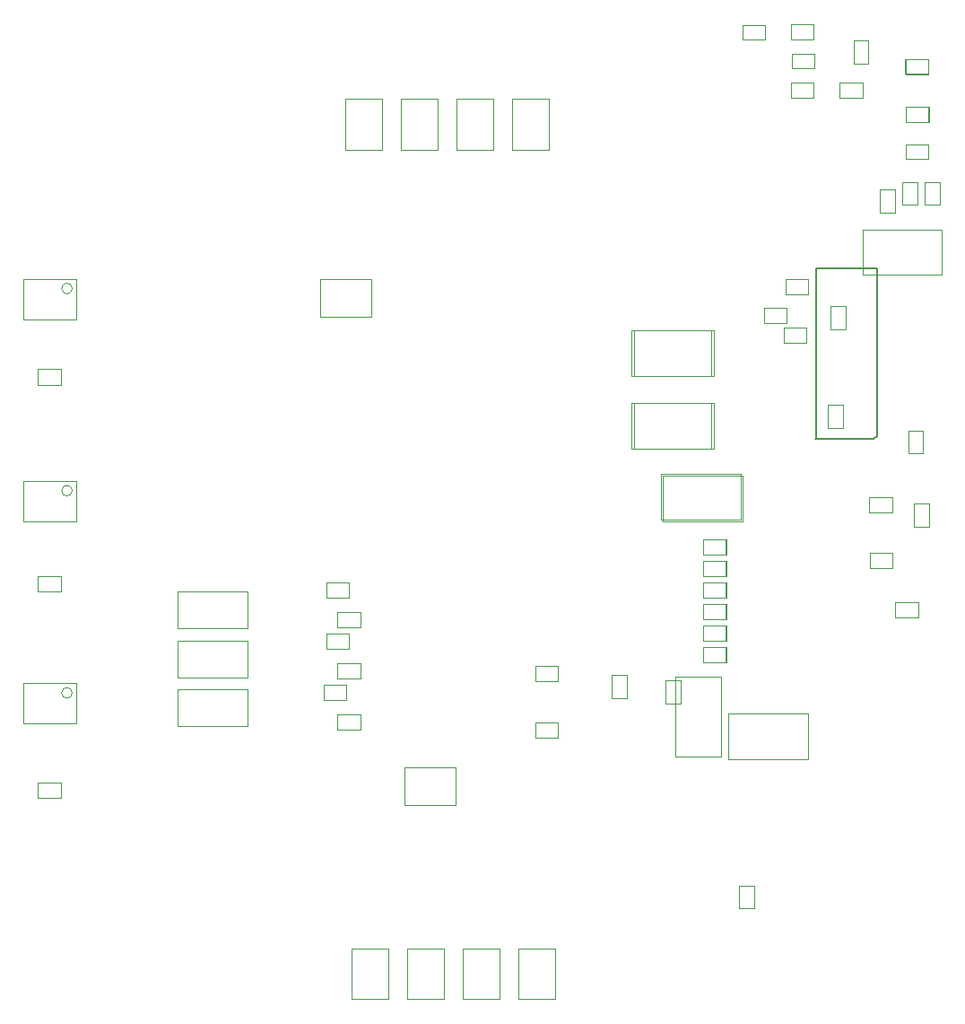
<source format=gbr>
G04 Layer_Color=16711935*
%FSLAX26Y26*%
%MOIN*%
%TF.FileFunction,Other,Mechanical_13*%
%TF.Part,Single*%
G01*
G75*
%TA.AperFunction,NonConductor*%
%ADD49C,0.003937*%
%ADD51C,0.007874*%
D49*
X602677Y-950157D02*
G03*
X602677Y-950157I-19685J0D01*
G01*
Y-2452157D02*
G03*
X602677Y-2452157I-19685J0D01*
G01*
Y-1701157D02*
G03*
X602677Y-1701157I-19685J0D01*
G01*
X421575Y-1064331D02*
Y-914724D01*
X618425Y-1064331D02*
Y-914724D01*
X421575Y-1064331D02*
X618425D01*
X421575Y-914724D02*
X618425D01*
X1525512Y-916102D02*
X1714488D01*
X1525512Y-1053898D02*
X1714488D01*
X1525512D02*
Y-916102D01*
X1714488Y-1053898D02*
Y-916102D01*
X1837512Y-2867898D02*
X2026488D01*
X1837512Y-2730102D02*
X2026488D01*
Y-2867898D02*
Y-2730102D01*
X1837512Y-2867898D02*
Y-2730102D01*
X2398898Y-3589488D02*
Y-3400512D01*
X2261102Y-3589488D02*
Y-3400512D01*
X2398898D01*
X2261102Y-3589488D02*
X2398898D01*
X2192231D02*
Y-3400512D01*
X2054436Y-3589488D02*
Y-3400512D01*
X2192231D01*
X2054436Y-3589488D02*
X2192231D01*
X1985564D02*
Y-3400512D01*
X1847769Y-3589488D02*
Y-3400512D01*
X1985564D01*
X1847769Y-3589488D02*
X1985564D01*
X1778898D02*
Y-3400512D01*
X1641102Y-3589488D02*
Y-3400512D01*
X1778898D01*
X1641102Y-3589488D02*
X1778898D01*
X1960564Y-434488D02*
Y-245512D01*
X1822769Y-434488D02*
Y-245512D01*
X1960564D01*
X1822769Y-434488D02*
X1960564D01*
X2373898D02*
Y-245512D01*
X2236102Y-434488D02*
Y-245512D01*
X2373898D01*
X2236102Y-434488D02*
X2373898D01*
X2167231D02*
Y-245512D01*
X2029436Y-434488D02*
Y-245512D01*
X2167231D01*
X2029436Y-434488D02*
X2167231D01*
X1753898D02*
Y-245512D01*
X1616102Y-434488D02*
Y-245512D01*
X1753898D01*
X1616102Y-434488D02*
X1753898D01*
X3661693Y-2115984D02*
X3748307D01*
X3661693Y-2173071D02*
X3748307D01*
X3661693D02*
Y-2115984D01*
X3748307Y-2173071D02*
Y-2115984D01*
X3567677Y-1987086D02*
X3652323D01*
X3567677Y-1931968D02*
X3652323D01*
Y-1987086D02*
Y-1931968D01*
X3567677Y-1987086D02*
Y-1931968D01*
X3411457Y-1467835D02*
Y-1381220D01*
X3468543Y-1467835D02*
Y-1381220D01*
X3411457Y-1467835D02*
X3468543D01*
X3411457Y-1381220D02*
X3468543D01*
X3699677Y-469087D02*
X3784323D01*
X3699677Y-413968D02*
X3784323D01*
Y-469087D02*
Y-413968D01*
X3699677Y-469087D02*
Y-413968D01*
X3701677Y-275969D02*
X3786323D01*
X3701677Y-331087D02*
X3786323D01*
X3701677D02*
Y-275969D01*
X3786323Y-331087D02*
Y-275969D01*
X3698677Y-97969D02*
X3783323D01*
X3698677Y-153087D02*
X3783323D01*
X3698677D02*
Y-97969D01*
X3783323Y-153087D02*
Y-97969D01*
X3506843Y-114949D02*
Y-30303D01*
X3561961Y-114949D02*
Y-30303D01*
X3506843Y-114949D02*
X3561961D01*
X3506843Y-30303D02*
X3561961D01*
X3454677Y-185969D02*
X3539323D01*
X3454677Y-241087D02*
X3539323D01*
X3454677D02*
Y-185969D01*
X3539323Y-241087D02*
Y-185969D01*
X3273677Y-25087D02*
X3358323D01*
X3273677Y30032D02*
X3358323D01*
Y-25087D02*
Y30032D01*
X3273677Y-25087D02*
Y30032D01*
X3276677Y-78469D02*
X3361323D01*
X3276677Y-133587D02*
X3361323D01*
X3276677D02*
Y-78469D01*
X3361323Y-133587D02*
Y-78469D01*
X3273677Y-242087D02*
X3358323D01*
X3273677Y-186968D02*
X3358323D01*
Y-242087D02*
Y-186968D01*
X3273677Y-242087D02*
Y-186968D01*
X3092677Y-26087D02*
X3177323D01*
X3092677Y29032D02*
X3177323D01*
Y-26087D02*
Y29032D01*
X3092677Y-26087D02*
Y29032D01*
X3247677Y-1152086D02*
X3332323D01*
X3247677Y-1096968D02*
X3332323D01*
X3247677Y-1152086D02*
Y-1096968D01*
X3332323Y-1152086D02*
Y-1096968D01*
X3172677Y-1021968D02*
X3257323D01*
X3172677Y-1077087D02*
X3257323D01*
Y-1021968D01*
X3172677Y-1077087D02*
Y-1021968D01*
X3252677Y-972087D02*
X3337323D01*
X3252677Y-916968D02*
X3337323D01*
X3252677Y-972087D02*
Y-916968D01*
X3337323Y-972087D02*
Y-916968D01*
X3700677Y-276969D02*
X3785323D01*
X3700677Y-332087D02*
X3785323D01*
Y-276969D01*
X3700677Y-332087D02*
Y-276969D01*
Y-99969D02*
X3785323D01*
X3700677Y-155087D02*
X3785323D01*
Y-99969D01*
X3700677Y-155087D02*
Y-99969D01*
X2845354Y-2687165D02*
Y-2391890D01*
X3014646Y-2687165D02*
Y-2391890D01*
X2845354D02*
X3014646D01*
X2845354Y-2687165D02*
X3014646D01*
X1254906Y-2395441D02*
Y-2259614D01*
X993095Y-2395441D02*
Y-2259614D01*
X1254906D01*
X993095Y-2395441D02*
X1254906D01*
Y-2574441D02*
Y-2438614D01*
X993095Y-2574441D02*
Y-2438614D01*
Y-2574441D02*
X1254906D01*
X993095Y-2438614D02*
X1254906D01*
Y-2212441D02*
Y-2076614D01*
X993095Y-2212441D02*
Y-2076614D01*
Y-2212441D02*
X1254906D01*
X993095Y-2076614D02*
X1254906D01*
X3709441Y-1478205D02*
X3764559D01*
X3709441Y-1562850D02*
X3764559D01*
Y-1478205D01*
X3709441Y-1562850D02*
Y-1478205D01*
X3082441Y-3167205D02*
X3137559D01*
X3082441Y-3251850D02*
X3137559D01*
Y-3167205D01*
X3082441Y-3251850D02*
Y-3167205D01*
X2407323Y-2617086D02*
Y-2561968D01*
X2322677Y-2617086D02*
Y-2561968D01*
X2407323D01*
X2322677Y-2617086D02*
X2407323D01*
X1537677Y-2477087D02*
Y-2421968D01*
X1622323Y-2477087D02*
Y-2421968D01*
X1537677Y-2477087D02*
X1622323D01*
X1537677Y-2421968D02*
X1622323D01*
X1547677Y-2287087D02*
Y-2231968D01*
X1632323Y-2287087D02*
Y-2231968D01*
X1547677Y-2287087D02*
X1632323D01*
X1547677Y-2231968D02*
X1632323D01*
X2322677Y-2407087D02*
Y-2351968D01*
X2407323Y-2407087D02*
Y-2351968D01*
X2322677Y-2407087D02*
X2407323D01*
X2322677Y-2351968D02*
X2407323D01*
X1547677Y-2097087D02*
Y-2041968D01*
X1632323Y-2097087D02*
Y-2041968D01*
X1547677Y-2097087D02*
X1632323D01*
X1547677Y-2041968D02*
X1632323D01*
X2947677Y-2337086D02*
Y-2281968D01*
X3032323Y-2337086D02*
Y-2281968D01*
X2947677D02*
X3032323D01*
X2947677Y-2337086D02*
X3032323D01*
X2947677Y-2257086D02*
Y-2201968D01*
X3032323Y-2257086D02*
Y-2201968D01*
X2947677D02*
X3032323D01*
X2947677Y-2257086D02*
X3032323D01*
X2947677Y-2177086D02*
Y-2121968D01*
X3032323Y-2177086D02*
Y-2121968D01*
X2947677D02*
X3032323D01*
X2947677Y-2177086D02*
X3032323D01*
X2947677Y-2097086D02*
Y-2041968D01*
X3032323Y-2097086D02*
Y-2041968D01*
X2947677D02*
X3032323D01*
X2947677Y-2097086D02*
X3032323D01*
X2947677Y-2017086D02*
Y-1961968D01*
X3032323Y-2017086D02*
Y-1961968D01*
X2947677D02*
X3032323D01*
X2947677Y-2017086D02*
X3032323D01*
X2947677Y-1937086D02*
Y-1881968D01*
X3032323Y-1937086D02*
Y-1881968D01*
X2947677D02*
X3032323D01*
X2947677Y-1937086D02*
X3032323D01*
X421575Y-2566331D02*
Y-2416724D01*
X618425Y-2566331D02*
Y-2416724D01*
X421575Y-2566331D02*
X618425D01*
X421575Y-2416724D02*
X618425D01*
X421575Y-1815331D02*
Y-1665724D01*
X618425Y-1815331D02*
Y-1665724D01*
X421575Y-1815331D02*
X618425D01*
X421575Y-1665724D02*
X618425D01*
X3565693Y-1782071D02*
Y-1724984D01*
X3652307Y-1782071D02*
Y-1724984D01*
X3565693D02*
X3652307D01*
X3565693Y-1782071D02*
X3652307D01*
X1673307Y-2208071D02*
Y-2150984D01*
X1586693Y-2208071D02*
Y-2150984D01*
X1673307D01*
X1586693Y-2208071D02*
X1673307D01*
Y-2398071D02*
Y-2340984D01*
X1586693Y-2398071D02*
Y-2340984D01*
X1673307D01*
X1586693Y-2398071D02*
X1673307D01*
Y-2588071D02*
Y-2530984D01*
X1586693Y-2588071D02*
Y-2530984D01*
X1673307D01*
X1586693Y-2588071D02*
X1673307D01*
X2606457Y-2472834D02*
X2663543D01*
X2606457Y-2386220D02*
X2663543D01*
Y-2472834D02*
Y-2386220D01*
X2606457Y-2472834D02*
Y-2386220D01*
X3042362Y-2699173D02*
X3337638D01*
X3042362Y-2529882D02*
X3337638D01*
Y-2699173D02*
Y-2529882D01*
X3042362Y-2699173D02*
Y-2529882D01*
X3033307Y-1938071D02*
Y-1880984D01*
X2946693Y-1938071D02*
Y-1880984D01*
X3033307D01*
X2946693Y-1938071D02*
X3033307D01*
Y-2178071D02*
Y-2120984D01*
X2946693Y-2178071D02*
Y-2120984D01*
X3033307D01*
X2946693Y-2178071D02*
X3033307D01*
Y-2018071D02*
Y-1960984D01*
X2946693Y-2018071D02*
Y-1960984D01*
X3033307D01*
X2946693Y-2018071D02*
X3033307D01*
Y-2258071D02*
Y-2200984D01*
X2946693Y-2258071D02*
Y-2200984D01*
X3033307D01*
X2946693Y-2258071D02*
X3033307D01*
Y-2098071D02*
Y-2040984D01*
X2946693Y-2098071D02*
Y-2040984D01*
X3033307D01*
X2946693Y-2098071D02*
X3033307D01*
Y-2338071D02*
Y-2280984D01*
X2946693Y-2338071D02*
Y-2280984D01*
X3033307D01*
X2946693Y-2338071D02*
X3033307D01*
X2792362Y-1639882D02*
X3087638D01*
X2792362Y-1809173D02*
X3087638D01*
Y-1639882D01*
X2792362Y-1809173D02*
Y-1639882D01*
X2797362Y-1814173D02*
X3092638D01*
X2797362Y-1644882D02*
X3092638D01*
Y-1814173D02*
Y-1644882D01*
X2797362Y-1814173D02*
Y-1644882D01*
X2692362Y-1544173D02*
X2987638D01*
X2692362Y-1374882D02*
X2987638D01*
X2692362Y-1544173D02*
Y-1374882D01*
X2987638Y-1544173D02*
Y-1374882D01*
X2681299Y-1374882D02*
X2976575D01*
X2681299Y-1544173D02*
X2976575D01*
X2681299D02*
Y-1374882D01*
X2976575Y-1544173D02*
Y-1374882D01*
X2682362Y-1274173D02*
X2977638D01*
X2682362Y-1104882D02*
X2977638D01*
X2682362Y-1274173D02*
Y-1104882D01*
X2977638Y-1274173D02*
Y-1104882D01*
X2692362Y-1104882D02*
X2987638D01*
X2692362Y-1274173D02*
X2987638D01*
X2692362D02*
Y-1104882D01*
X2987638Y-1274173D02*
Y-1104882D01*
X3688441Y-639850D02*
X3743559D01*
X3688441Y-555205D02*
X3743559D01*
X3688441Y-639850D02*
Y-555205D01*
X3743559Y-639850D02*
Y-555205D01*
X3603457Y-668835D02*
X3660543D01*
X3603457Y-582220D02*
X3660543D01*
X3603457Y-668835D02*
Y-582220D01*
X3660543Y-668835D02*
Y-582220D01*
X3539362Y-900173D02*
Y-730882D01*
X3834638Y-900173D02*
Y-730882D01*
X3539362D02*
X3834638D01*
X3539362Y-900173D02*
X3834638D01*
X3771441Y-639850D02*
Y-555205D01*
X3826559Y-639850D02*
Y-555205D01*
X3771441Y-639850D02*
X3826559D01*
X3771441Y-555205D02*
X3826559D01*
X3730457Y-1834834D02*
X3787543D01*
X3730457Y-1748220D02*
X3787543D01*
X3730457Y-1834834D02*
Y-1748220D01*
X3787543Y-1834834D02*
Y-1748220D01*
X3420457Y-1102834D02*
X3477543D01*
X3420457Y-1016220D02*
X3477543D01*
X3420457Y-1102834D02*
Y-1016220D01*
X3477543Y-1102834D02*
Y-1016220D01*
X472693Y-1307071D02*
X559307D01*
X472693Y-1249984D02*
X559307D01*
Y-1307071D02*
Y-1249984D01*
X472693Y-1307071D02*
Y-1249984D01*
Y-2075071D02*
X559307D01*
X472693Y-2017984D02*
X559307D01*
Y-2075071D02*
Y-2017984D01*
X472693Y-2075071D02*
Y-2017984D01*
Y-2843071D02*
X559307D01*
X472693Y-2785984D02*
X559307D01*
Y-2843071D02*
Y-2785984D01*
X472693Y-2843071D02*
Y-2785984D01*
X2863543Y-2492834D02*
Y-2406220D01*
X2806457Y-2492834D02*
Y-2406220D01*
X2863543D01*
X2806457Y-2492834D02*
X2863543D01*
D51*
X3365000Y-1509118D02*
X3582000D01*
X3365000D02*
X3366000Y-1508118D01*
Y-875118D01*
X3594000D01*
Y-1497118D02*
Y-875118D01*
X3582000Y-1509118D02*
X3594000Y-1497118D01*
%TF.MD5,f0ca7e91fcace71e46e72c3c10acc37f*%
M02*

</source>
